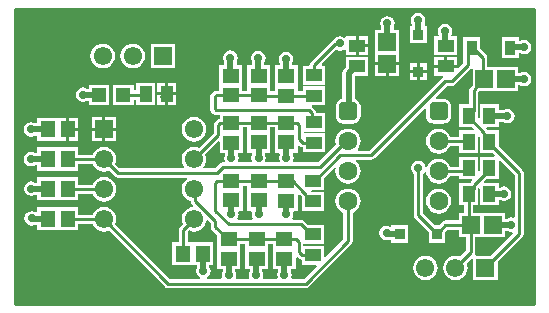
<source format=gtl>
G04*
G04 #@! TF.GenerationSoftware,Altium Limited,Altium Designer,20.2.7 (254)*
G04*
G04 Layer_Physical_Order=1*
G04 Layer_Color=255*
%FSLAX43Y43*%
%MOMM*%
G71*
G04*
G04 #@! TF.SameCoordinates,DF3CF367-A293-4906-87DF-23C10940DAFD*
G04*
G04*
G04 #@! TF.FilePolarity,Positive*
G04*
G01*
G75*
%ADD10C,0.254*%
%ADD13R,1.500X1.550*%
%ADD14R,0.900X0.950*%
%ADD15R,0.910X1.220*%
%ADD16R,0.950X0.900*%
%ADD17R,1.400X1.100*%
%ADD18R,1.100X1.400*%
%ADD19R,1.550X1.500*%
%ADD20R,1.450X1.300*%
%ADD21R,1.300X1.450*%
%ADD22R,1.200X1.200*%
%ADD34C,1.550*%
%ADD35R,1.550X1.550*%
%ADD37C,0.508*%
%ADD38C,1.600*%
G04:AMPARAMS|DCode=39|XSize=1.6mm|YSize=1.6mm|CornerRadius=0.4mm|HoleSize=0mm|Usage=FLASHONLY|Rotation=270.000|XOffset=0mm|YOffset=0mm|HoleType=Round|Shape=RoundedRectangle|*
%AMROUNDEDRECTD39*
21,1,1.600,0.800,0,0,270.0*
21,1,0.800,1.600,0,0,270.0*
1,1,0.800,-0.400,-0.400*
1,1,0.800,-0.400,0.400*
1,1,0.800,0.400,0.400*
1,1,0.800,0.400,-0.400*
%
%ADD39ROUNDEDRECTD39*%
%ADD40R,1.550X1.550*%
%ADD41C,0.700*%
G36*
X44000Y-0D02*
X-0Y-0D01*
Y25000D01*
X44000Y25000D01*
Y-0D01*
D02*
G37*
%LPC*%
G36*
X34175Y24652D02*
X33939Y24605D01*
X33739Y24472D01*
X33606Y24272D01*
X33559Y24036D01*
X33606Y23801D01*
X33675Y23697D01*
Y23517D01*
X33458D01*
Y22109D01*
X34916D01*
Y23517D01*
X34711D01*
Y23752D01*
X34744Y23801D01*
X34791Y24036D01*
X34744Y24272D01*
X34610Y24472D01*
X34411Y24605D01*
X34175Y24652D01*
D02*
G37*
G36*
X29958Y22679D02*
X29131D01*
Y22002D01*
X29958D01*
Y22679D01*
D02*
G37*
G36*
X42690Y22578D02*
X41272D01*
Y20850D01*
X42690D01*
Y21213D01*
X42839D01*
X42890Y21179D01*
X43125Y21132D01*
X43361Y21179D01*
X43561Y21312D01*
X43694Y21512D01*
X43741Y21748D01*
X43694Y21984D01*
X43561Y22183D01*
X43361Y22317D01*
X43125Y22364D01*
X42890Y22317D01*
X42817Y22268D01*
X42690Y22313D01*
Y22578D01*
D02*
G37*
G36*
X36439Y23738D02*
X36203Y23691D01*
X36003Y23557D01*
X35870Y23358D01*
X35823Y23122D01*
X35870Y22886D01*
X35921Y22810D01*
Y22679D01*
X35538D01*
Y21071D01*
X37446D01*
Y22679D01*
X36957D01*
Y22810D01*
X37008Y22886D01*
X37054Y23122D01*
X37008Y23358D01*
X36874Y23557D01*
X36674Y23691D01*
X36439Y23738D01*
D02*
G37*
G36*
X29958Y21748D02*
X29131D01*
Y21071D01*
X29958D01*
Y21748D01*
D02*
G37*
G36*
X27543Y22690D02*
X27308Y22643D01*
X27108Y22509D01*
X27003Y22353D01*
X26977Y22348D01*
X26851Y22263D01*
X25069Y20481D01*
X24985Y20355D01*
X24956Y20207D01*
Y20188D01*
X24390D01*
Y18580D01*
X26298D01*
Y20188D01*
X26041D01*
X25992Y20305D01*
X27238Y21551D01*
X27308Y21505D01*
X27543Y21458D01*
X27779Y21505D01*
X27923Y21601D01*
X28050Y21533D01*
Y21071D01*
X28877D01*
Y21875D01*
Y22679D01*
X28050D01*
Y22615D01*
X27923Y22547D01*
X27779Y22643D01*
X27543Y22690D01*
D02*
G37*
G36*
X31569Y24385D02*
X31334Y24339D01*
X31134Y24205D01*
X31000Y24005D01*
X30953Y23770D01*
X31000Y23534D01*
X31051Y23458D01*
Y23188D01*
X30529D01*
Y21181D01*
Y20462D01*
X32587D01*
Y21181D01*
Y23188D01*
X32087D01*
Y23458D01*
X32138Y23534D01*
X32185Y23770D01*
X32138Y24005D01*
X32005Y24205D01*
X31805Y24339D01*
X31569Y24385D01*
D02*
G37*
G36*
X37446Y20929D02*
X36619D01*
Y20252D01*
X37446D01*
Y20929D01*
D02*
G37*
G36*
X36365D02*
X35538D01*
Y20252D01*
X36365D01*
Y20929D01*
D02*
G37*
G36*
X13569Y22029D02*
X11511D01*
Y19971D01*
X13569D01*
Y22029D01*
D02*
G37*
G36*
X10000Y22038D02*
X9731Y22003D01*
X9481Y21899D01*
X9266Y21734D01*
X9101Y21519D01*
X8997Y21269D01*
X8962Y21000D01*
X8997Y20731D01*
X9101Y20481D01*
X9266Y20266D01*
X9481Y20101D01*
X9731Y19997D01*
X10000Y19962D01*
X10269Y19997D01*
X10519Y20101D01*
X10734Y20266D01*
X10899Y20481D01*
X11003Y20731D01*
X11038Y21000D01*
X11003Y21269D01*
X10899Y21519D01*
X10734Y21734D01*
X10519Y21899D01*
X10269Y22003D01*
X10000Y22038D01*
D02*
G37*
G36*
X7460D02*
X7191Y22003D01*
X6941Y21899D01*
X6726Y21734D01*
X6561Y21519D01*
X6457Y21269D01*
X6422Y21000D01*
X6457Y20731D01*
X6561Y20481D01*
X6726Y20266D01*
X6941Y20101D01*
X7191Y19997D01*
X7460Y19962D01*
X7729Y19997D01*
X7979Y20101D01*
X8194Y20266D01*
X8359Y20481D01*
X8463Y20731D01*
X8498Y21000D01*
X8463Y21269D01*
X8359Y21519D01*
X8194Y21734D01*
X7979Y21899D01*
X7729Y22003D01*
X7460Y22038D01*
D02*
G37*
G36*
X39420Y22578D02*
X38002D01*
Y21423D01*
X37994Y21386D01*
Y20388D01*
X37563Y19957D01*
X37464Y19998D01*
X35538D01*
Y19321D01*
X36248D01*
X36284Y19194D01*
X36189Y19130D01*
X30052Y12993D01*
X29112D01*
X29049Y13120D01*
X29152Y13254D01*
X29258Y13511D01*
X29294Y13786D01*
X29258Y14061D01*
X29152Y14317D01*
X28983Y14537D01*
X28763Y14706D01*
X28506Y14813D01*
X28231Y14849D01*
X27956Y14813D01*
X27700Y14706D01*
X27480Y14537D01*
X27311Y14317D01*
X27204Y14061D01*
X27168Y13786D01*
X27204Y13511D01*
X27210Y13497D01*
X25698Y11985D01*
X23595D01*
X23535Y12097D01*
X23570Y12150D01*
X23617Y12386D01*
X23570Y12621D01*
X23541Y12665D01*
X23597Y12792D01*
X23969D01*
Y13374D01*
X24086Y13423D01*
X24137Y13371D01*
X24263Y13287D01*
X24390Y13262D01*
Y12842D01*
X26298D01*
Y14450D01*
X24484D01*
Y14592D01*
X26298D01*
Y16200D01*
X25550D01*
X25525Y16327D01*
X25440Y16453D01*
X25221Y16672D01*
X25175Y16703D01*
X25214Y16830D01*
X26298D01*
Y18438D01*
X24390D01*
Y18023D01*
X23969D01*
Y18396D01*
Y20204D01*
X23505D01*
Y20455D01*
X23553Y20527D01*
X23600Y20763D01*
X23553Y20999D01*
X23419Y21198D01*
X23220Y21332D01*
X22984Y21379D01*
X22748Y21332D01*
X22549Y21198D01*
X22415Y20999D01*
X22368Y20763D01*
X22415Y20527D01*
X22469Y20447D01*
Y20204D01*
X22011D01*
Y18396D01*
Y18038D01*
X21664D01*
Y18423D01*
Y20231D01*
X21155D01*
Y20522D01*
X21206Y20598D01*
X21253Y20834D01*
X21206Y21070D01*
X21072Y21270D01*
X20873Y21403D01*
X20637Y21450D01*
X20401Y21403D01*
X20202Y21270D01*
X20068Y21070D01*
X20021Y20834D01*
X20068Y20598D01*
X20119Y20522D01*
Y20231D01*
X19706D01*
Y18423D01*
Y18066D01*
X19277D01*
Y18423D01*
Y20231D01*
X18799D01*
Y20540D01*
X18850Y20616D01*
X18897Y20852D01*
X18850Y21087D01*
X18717Y21287D01*
X18517Y21421D01*
X18281Y21468D01*
X18045Y21421D01*
X17846Y21287D01*
X17712Y21087D01*
X17665Y20852D01*
X17712Y20616D01*
X17763Y20540D01*
Y20231D01*
X17319D01*
Y18423D01*
Y18066D01*
X17092D01*
X16944Y18036D01*
X16817Y17952D01*
X16669Y17803D01*
X16584Y17677D01*
X16555Y17529D01*
Y16546D01*
X16584Y16398D01*
X16669Y16272D01*
X16817Y16123D01*
X16944Y16039D01*
X17092Y16009D01*
X17369D01*
Y15707D01*
X17242Y15681D01*
X17116Y15597D01*
X16967Y15448D01*
X16883Y15322D01*
X16854Y15174D01*
Y14473D01*
X15586Y13205D01*
X15455Y13259D01*
X15186Y13294D01*
X14918Y13259D01*
X14667Y13155D01*
X14453Y12990D01*
X14288Y12775D01*
X14184Y12525D01*
X14149Y12256D01*
X14184Y11988D01*
X14288Y11738D01*
X14381Y11616D01*
X14318Y11489D01*
X8883D01*
X8515Y11857D01*
X8569Y11988D01*
X8604Y12256D01*
X8569Y12525D01*
X8465Y12775D01*
X8300Y12990D01*
X8085Y13155D01*
X7835Y13259D01*
X7566Y13294D01*
X7298Y13259D01*
X7047Y13155D01*
X6833Y12990D01*
X6668Y12775D01*
X6614Y12645D01*
X5386D01*
Y13262D01*
X1928D01*
Y12791D01*
X1705D01*
X1643Y12832D01*
X1408Y12879D01*
X1172Y12832D01*
X972Y12699D01*
X839Y12499D01*
X792Y12263D01*
X839Y12028D01*
X972Y11828D01*
X1172Y11694D01*
X1408Y11647D01*
X1643Y11694D01*
X1734Y11755D01*
X1928D01*
Y11304D01*
X5386D01*
Y11868D01*
X6614D01*
X6668Y11738D01*
X6833Y11523D01*
X7047Y11358D01*
X7298Y11254D01*
X7566Y11219D01*
X7835Y11254D01*
X7966Y11308D01*
X8448Y10826D01*
X8574Y10742D01*
X8722Y10712D01*
X14585D01*
X14628Y10585D01*
X14453Y10450D01*
X14288Y10235D01*
X14184Y9985D01*
X14149Y9716D01*
X14184Y9448D01*
X14288Y9198D01*
X14453Y8983D01*
X14667Y8818D01*
X14902Y8720D01*
Y8709D01*
X14932Y8561D01*
X15016Y8435D01*
X15117Y8333D01*
X15072Y8199D01*
X14918Y8179D01*
X14667Y8075D01*
X14453Y7910D01*
X14288Y7695D01*
X14184Y7445D01*
X14149Y7176D01*
X14184Y6908D01*
X14238Y6777D01*
X13998Y6538D01*
X13914Y6412D01*
X13885Y6263D01*
Y5229D01*
X13369D01*
Y3271D01*
X15433D01*
Y3062D01*
X15409Y3026D01*
X15362Y2791D01*
X15409Y2555D01*
X15542Y2355D01*
X15701Y2249D01*
X15662Y2122D01*
X13170D01*
X8515Y6777D01*
X8569Y6908D01*
X8604Y7176D01*
X8569Y7445D01*
X8465Y7695D01*
X8300Y7910D01*
X8085Y8075D01*
X7835Y8179D01*
X7566Y8214D01*
X7298Y8179D01*
X7047Y8075D01*
X6833Y7910D01*
X6668Y7695D01*
X6614Y7565D01*
X5386D01*
Y8195D01*
X1928D01*
Y7756D01*
X1782D01*
X1673Y7828D01*
X1438Y7875D01*
X1202Y7828D01*
X1002Y7695D01*
X869Y7495D01*
X822Y7259D01*
X869Y7024D01*
X1002Y6824D01*
X1202Y6690D01*
X1438Y6643D01*
X1673Y6690D01*
X1717Y6720D01*
X1928D01*
Y6237D01*
X5386D01*
Y6788D01*
X6614D01*
X6668Y6658D01*
X6833Y6443D01*
X7047Y6278D01*
X7298Y6174D01*
X7566Y6139D01*
X7835Y6174D01*
X7966Y6228D01*
X12734Y1459D01*
X12860Y1375D01*
X13009Y1346D01*
X24639D01*
X24788Y1375D01*
X24914Y1459D01*
X28506Y5052D01*
X28590Y5178D01*
X28620Y5326D01*
Y7726D01*
X28763Y7785D01*
X28983Y7954D01*
X29152Y8174D01*
X29258Y8431D01*
X29294Y8706D01*
X29258Y8981D01*
X29152Y9237D01*
X28983Y9457D01*
X28763Y9626D01*
X28506Y9733D01*
X28231Y9769D01*
X27956Y9733D01*
X27700Y9626D01*
X27480Y9457D01*
X27311Y9237D01*
X27204Y8981D01*
X27168Y8706D01*
X27204Y8431D01*
X27311Y8174D01*
X27480Y7954D01*
X27700Y7785D01*
X27843Y7726D01*
Y5487D01*
X26328Y3972D01*
X26210Y4021D01*
Y4944D01*
X24453D01*
Y5086D01*
X26210D01*
Y6694D01*
X24852D01*
X24523Y7023D01*
X24397Y7107D01*
X24248Y7136D01*
X23542D01*
X23474Y7263D01*
X23544Y7368D01*
X23590Y7603D01*
X23567Y7721D01*
X23671Y7848D01*
X23969D01*
Y9261D01*
X24086Y9310D01*
X24150Y9246D01*
X24225Y9195D01*
X24327Y9094D01*
X24328Y9087D01*
Y7898D01*
X26236D01*
Y9506D01*
X25121D01*
X25109Y9521D01*
X25170Y9648D01*
X26236D01*
Y10706D01*
X27087Y11557D01*
X27116Y11548D01*
X27200Y11491D01*
X27168Y11246D01*
X27204Y10971D01*
X27311Y10714D01*
X27480Y10494D01*
X27700Y10325D01*
X27956Y10219D01*
X28231Y10183D01*
X28506Y10219D01*
X28763Y10325D01*
X28983Y10494D01*
X29152Y10714D01*
X29258Y10971D01*
X29294Y11246D01*
X29258Y11521D01*
X29152Y11777D01*
X28983Y11997D01*
X28863Y12089D01*
X28906Y12216D01*
X30213D01*
X30361Y12246D01*
X30487Y12330D01*
X34720Y16563D01*
X34837Y16514D01*
Y15926D01*
X34860Y15755D01*
X34926Y15596D01*
X35031Y15459D01*
X35167Y15354D01*
X35326Y15289D01*
X35497Y15266D01*
X36297D01*
X36468Y15289D01*
X36627Y15354D01*
X36763Y15459D01*
X36868Y15596D01*
X36934Y15755D01*
X36957Y15926D01*
Y16726D01*
X36934Y16896D01*
X36868Y17056D01*
X36763Y17192D01*
X36627Y17297D01*
X36468Y17363D01*
X36297Y17385D01*
X35709D01*
X35660Y17503D01*
X36625Y18467D01*
X37012D01*
X37160Y18497D01*
X37286Y18581D01*
X38651Y19946D01*
X38678Y19944D01*
X38778Y19904D01*
Y18576D01*
X38606Y18404D01*
X38522Y18278D01*
X38493Y18129D01*
Y16916D01*
X37654D01*
Y15008D01*
X38713D01*
X38892Y14829D01*
X38843Y14711D01*
X37654D01*
Y14174D01*
X36877D01*
X36818Y14317D01*
X36649Y14537D01*
X36429Y14706D01*
X36172Y14813D01*
X35897Y14849D01*
X35622Y14813D01*
X35365Y14706D01*
X35145Y14537D01*
X34976Y14317D01*
X34870Y14061D01*
X34834Y13786D01*
X34870Y13511D01*
X34976Y13254D01*
X35145Y13034D01*
X35365Y12865D01*
X35622Y12759D01*
X35897Y12723D01*
X36172Y12759D01*
X36429Y12865D01*
X36649Y13034D01*
X36818Y13254D01*
X36877Y13397D01*
X37654D01*
Y12803D01*
X39262D01*
Y14148D01*
X39389Y14216D01*
X39397Y14210D01*
Y14180D01*
X39404Y14143D01*
Y12803D01*
X40463D01*
X40661Y12605D01*
X40613Y12488D01*
X39404D01*
Y11231D01*
X39389Y11221D01*
X39262Y11289D01*
Y12488D01*
X37654D01*
Y11634D01*
X36877D01*
X36818Y11777D01*
X36649Y11997D01*
X36429Y12166D01*
X36172Y12273D01*
X35897Y12309D01*
X35622Y12273D01*
X35365Y12166D01*
X35145Y11997D01*
X34976Y11777D01*
X34913Y11625D01*
X34781Y11638D01*
X34758Y11751D01*
X34625Y11951D01*
X34425Y12085D01*
X34189Y12132D01*
X33954Y12085D01*
X33754Y11951D01*
X33621Y11751D01*
X33574Y11516D01*
X33621Y11280D01*
X33754Y11080D01*
X33801Y11049D01*
Y7525D01*
X33831Y7376D01*
X33915Y7250D01*
X35052Y6113D01*
Y5205D01*
X36460D01*
Y6113D01*
X36644Y6298D01*
X37631D01*
Y5657D01*
X38247D01*
Y4540D01*
X37721Y4015D01*
X37591Y4069D01*
X37322Y4104D01*
X37054Y4069D01*
X36803Y3965D01*
X36588Y3800D01*
X36424Y3585D01*
X36320Y3335D01*
X36284Y3066D01*
X36320Y2798D01*
X36424Y2547D01*
X36588Y2332D01*
X36803Y2167D01*
X37054Y2064D01*
X37322Y2028D01*
X37591Y2064D01*
X37841Y2167D01*
X38056Y2332D01*
X38221Y2547D01*
X38325Y2798D01*
X38360Y3066D01*
X38325Y3335D01*
X38271Y3465D01*
X38716Y3911D01*
X38833Y3862D01*
Y2037D01*
X40891D01*
Y3546D01*
X42999Y5653D01*
X43083Y5779D01*
X43113Y5928D01*
Y11091D01*
X43083Y11240D01*
X42999Y11366D01*
X41012Y13353D01*
Y14711D01*
X40092D01*
X40060Y14759D01*
X39929Y14890D01*
X39977Y15008D01*
X41012D01*
Y15422D01*
X41378D01*
X41486Y15350D01*
X41722Y15303D01*
X41957Y15350D01*
X42157Y15483D01*
X42291Y15683D01*
X42337Y15919D01*
X42291Y16155D01*
X42157Y16354D01*
X41957Y16488D01*
X41722Y16535D01*
X41486Y16488D01*
X41442Y16458D01*
X41012D01*
Y16916D01*
X39404D01*
Y15717D01*
X39277Y15649D01*
X39262Y15659D01*
Y16347D01*
X39270Y16385D01*
Y17968D01*
X39328Y18026D01*
X42636D01*
Y18552D01*
X42824D01*
X42901Y18501D01*
X43136Y18454D01*
X43372Y18501D01*
X43572Y18634D01*
X43705Y18834D01*
X43752Y19069D01*
X43705Y19305D01*
X43572Y19505D01*
X43372Y19638D01*
X43136Y19685D01*
X42901Y19638D01*
X42824Y19587D01*
X42636D01*
Y20084D01*
X40031D01*
Y20854D01*
X40002Y21002D01*
X39918Y21128D01*
X39420Y21626D01*
Y22578D01*
D02*
G37*
G36*
X34916Y20367D02*
X34314D01*
Y19790D01*
X34916D01*
Y20367D01*
D02*
G37*
G36*
X34060D02*
X33458D01*
Y19790D01*
X34060D01*
Y20367D01*
D02*
G37*
G36*
X32587Y20208D02*
X31685D01*
Y19330D01*
X32587D01*
Y20208D01*
D02*
G37*
G36*
X31431D02*
X30529D01*
Y19330D01*
X31431D01*
Y20208D01*
D02*
G37*
G36*
X34916Y19536D02*
X34314D01*
Y18959D01*
X34916D01*
Y19536D01*
D02*
G37*
G36*
X34060D02*
X33458D01*
Y18959D01*
X34060D01*
Y19536D01*
D02*
G37*
G36*
X7973Y18550D02*
X6265D01*
Y18228D01*
X6110D01*
X6013Y18293D01*
X5777Y18340D01*
X5541Y18293D01*
X5342Y18160D01*
X5208Y17960D01*
X5161Y17724D01*
X5208Y17489D01*
X5342Y17289D01*
X5541Y17155D01*
X5777Y17108D01*
X6013Y17155D01*
X6068Y17192D01*
X6265D01*
Y16842D01*
X7973D01*
Y18550D01*
D02*
G37*
G36*
X11928Y18750D02*
X10320D01*
Y18084D01*
X10073D01*
Y18550D01*
X8365D01*
Y16842D01*
X10073D01*
Y17307D01*
X10320D01*
Y16842D01*
X11928D01*
Y18750D01*
D02*
G37*
G36*
X13170Y18760D02*
X13120Y18750D01*
X13001D01*
Y17923D01*
X13678D01*
Y18192D01*
X13688Y18242D01*
X13678Y18292D01*
Y18750D01*
X13220D01*
X13170Y18760D01*
D02*
G37*
G36*
X12747Y18750D02*
X12070D01*
Y17923D01*
X12747D01*
Y18750D01*
D02*
G37*
G36*
X13678Y17669D02*
X13001D01*
Y16842D01*
X13678D01*
Y17669D01*
D02*
G37*
G36*
X12747D02*
X12070D01*
Y17550D01*
X12060Y17500D01*
X12070Y17450D01*
Y16842D01*
X12747D01*
Y17669D01*
D02*
G37*
G36*
X4355Y15758D02*
X1928D01*
Y15305D01*
X1731D01*
X1643Y15364D01*
X1408Y15411D01*
X1172Y15364D01*
X972Y15231D01*
X839Y15031D01*
X792Y14795D01*
X839Y14559D01*
X972Y14360D01*
X1172Y14226D01*
X1408Y14179D01*
X1643Y14226D01*
X1708Y14269D01*
X1928D01*
Y13800D01*
X4355D01*
Y14779D01*
Y15758D01*
D02*
G37*
G36*
X29958Y20929D02*
X28050D01*
Y20028D01*
X27907Y19885D01*
X27795Y19717D01*
X27755Y19519D01*
Y17375D01*
X27661Y17363D01*
X27501Y17297D01*
X27365Y17192D01*
X27260Y17056D01*
X27194Y16896D01*
X27172Y16726D01*
Y15926D01*
X27194Y15755D01*
X27260Y15596D01*
X27365Y15459D01*
X27501Y15354D01*
X27661Y15289D01*
X27831Y15266D01*
X28631D01*
X28802Y15289D01*
X28961Y15354D01*
X29098Y15459D01*
X29203Y15596D01*
X29268Y15755D01*
X29291Y15926D01*
Y16726D01*
X29268Y16896D01*
X29203Y17056D01*
X29098Y17192D01*
X28961Y17297D01*
X28802Y17363D01*
X28791Y17364D01*
Y19304D01*
X28808Y19321D01*
X29958D01*
Y20929D01*
D02*
G37*
G36*
X8595Y15825D02*
X7693D01*
Y14923D01*
X8595D01*
Y15825D01*
D02*
G37*
G36*
X7439D02*
X6537D01*
Y14923D01*
X7439D01*
Y15825D01*
D02*
G37*
G36*
X5386Y15758D02*
X4609D01*
Y14906D01*
X5386D01*
Y15758D01*
D02*
G37*
G36*
Y14652D02*
X4609D01*
Y13800D01*
X5386D01*
Y14652D01*
D02*
G37*
G36*
X8595Y14669D02*
X7693D01*
Y13767D01*
X8595D01*
Y14669D01*
D02*
G37*
G36*
X7439D02*
X6537D01*
Y13767D01*
X7439D01*
Y14669D01*
D02*
G37*
G36*
X15186Y15834D02*
X14918Y15799D01*
X14667Y15695D01*
X14453Y15530D01*
X14288Y15315D01*
X14184Y15065D01*
X14149Y14796D01*
X14184Y14528D01*
X14288Y14278D01*
X14453Y14063D01*
X14667Y13898D01*
X14918Y13794D01*
X15186Y13759D01*
X15455Y13794D01*
X15705Y13898D01*
X15920Y14063D01*
X16085Y14278D01*
X16189Y14528D01*
X16224Y14796D01*
X16189Y15065D01*
X16085Y15315D01*
X15920Y15530D01*
X15705Y15695D01*
X15455Y15799D01*
X15186Y15834D01*
D02*
G37*
G36*
X7566Y10754D02*
X7298Y10719D01*
X7047Y10615D01*
X6833Y10450D01*
X6668Y10235D01*
X6614Y10105D01*
X5386D01*
Y10728D01*
X1928D01*
Y10273D01*
X1744D01*
X1658Y10330D01*
X1423Y10377D01*
X1187Y10330D01*
X987Y10197D01*
X854Y9997D01*
X807Y9761D01*
X854Y9526D01*
X987Y9326D01*
X1187Y9192D01*
X1423Y9145D01*
X1658Y9192D01*
X1725Y9237D01*
X1928D01*
Y8770D01*
X5386D01*
Y9328D01*
X6614D01*
X6668Y9198D01*
X6833Y8983D01*
X7047Y8818D01*
X7298Y8714D01*
X7566Y8679D01*
X7835Y8714D01*
X8085Y8818D01*
X8300Y8983D01*
X8465Y9198D01*
X8569Y9448D01*
X8604Y9716D01*
X8569Y9985D01*
X8465Y10235D01*
X8300Y10450D01*
X8085Y10615D01*
X7835Y10719D01*
X7566Y10754D01*
D02*
G37*
G36*
X33310Y6663D02*
X31902D01*
Y6602D01*
X31775Y6534D01*
X31728Y6565D01*
X31493Y6612D01*
X31257Y6565D01*
X31057Y6432D01*
X30924Y6232D01*
X30877Y5997D01*
X30924Y5761D01*
X31057Y5561D01*
X31257Y5428D01*
X31493Y5381D01*
X31669Y5416D01*
X31902D01*
Y5205D01*
X33310D01*
Y6663D01*
D02*
G37*
G36*
X34782Y4104D02*
X34514Y4069D01*
X34263Y3965D01*
X34048Y3800D01*
X33883Y3585D01*
X33780Y3335D01*
X33744Y3066D01*
X33780Y2798D01*
X33883Y2547D01*
X34048Y2332D01*
X34263Y2167D01*
X34514Y2064D01*
X34782Y2028D01*
X35051Y2064D01*
X35301Y2167D01*
X35516Y2332D01*
X35681Y2547D01*
X35785Y2798D01*
X35820Y3066D01*
X35785Y3335D01*
X35681Y3585D01*
X35516Y3800D01*
X35301Y3965D01*
X35051Y4069D01*
X34782Y4104D01*
D02*
G37*
%LPD*%
G36*
X22011Y14442D02*
Y12792D01*
X22421D01*
X22462Y12665D01*
X22433Y12621D01*
X22386Y12386D01*
X22433Y12150D01*
X22468Y12097D01*
X22408Y11985D01*
X21256D01*
X21196Y12097D01*
X21232Y12150D01*
X21279Y12386D01*
X21232Y12621D01*
X21203Y12665D01*
X21239Y12792D01*
X21661D01*
Y14442D01*
Y14958D01*
X22011D01*
Y14442D01*
D02*
G37*
G36*
X19703Y14442D02*
Y12792D01*
X20063D01*
X20123Y12665D01*
X20094Y12621D01*
X20047Y12386D01*
X20094Y12150D01*
X20129Y12097D01*
X20069Y11985D01*
X18992D01*
X18932Y12112D01*
X18975Y12328D01*
X18928Y12564D01*
X18876Y12642D01*
X18902Y12769D01*
X19327D01*
Y14419D01*
Y14958D01*
X19703D01*
Y14442D01*
D02*
G37*
G36*
X17369Y13724D02*
Y12769D01*
X17836D01*
Y12632D01*
X17790Y12564D01*
X17743Y12328D01*
X17786Y12112D01*
X17726Y11985D01*
X17615D01*
X17466Y11956D01*
X17340Y11872D01*
X16957Y11489D01*
X16055D01*
X15992Y11616D01*
X16085Y11738D01*
X16189Y11988D01*
X16224Y12256D01*
X16189Y12525D01*
X16135Y12656D01*
X17252Y13772D01*
X17369Y13724D01*
D02*
G37*
G36*
X42336Y10930D02*
Y7351D01*
X42209Y7291D01*
X41993Y7334D01*
X41757Y7287D01*
X41681Y7236D01*
X41489D01*
Y7715D01*
X38847D01*
Y8347D01*
X39262D01*
Y9687D01*
X39270Y9724D01*
Y9782D01*
X39277Y9788D01*
X39404Y9720D01*
Y8347D01*
X41012D01*
Y8803D01*
X41164D01*
X41212Y8771D01*
X41448Y8724D01*
X41683Y8771D01*
X41883Y8904D01*
X42017Y9104D01*
X42064Y9340D01*
X42017Y9575D01*
X41883Y9775D01*
X41683Y9908D01*
X41448Y9955D01*
X41212Y9908D01*
X41139Y9860D01*
X41012Y9907D01*
Y10255D01*
X39795D01*
X39747Y10373D01*
X39953Y10580D01*
X41012D01*
Y12088D01*
X41129Y12137D01*
X42336Y10930D01*
D02*
G37*
G36*
X19705Y9512D02*
Y7863D01*
X20009D01*
X20103Y7735D01*
X20073Y7581D01*
X20119Y7345D01*
X20174Y7263D01*
X20106Y7136D01*
X18939D01*
X18872Y7263D01*
X18926Y7345D01*
X18973Y7581D01*
X18942Y7735D01*
X19036Y7863D01*
X19327D01*
Y9512D01*
Y10013D01*
X19705D01*
Y9512D01*
D02*
G37*
G36*
X34843Y11178D02*
X34870Y10971D01*
X34976Y10714D01*
X35145Y10494D01*
X35365Y10325D01*
X35622Y10219D01*
X35897Y10183D01*
X36172Y10219D01*
X36429Y10325D01*
X36649Y10494D01*
X36818Y10714D01*
X36877Y10857D01*
X37654D01*
Y10580D01*
X38689D01*
X38737Y10462D01*
X38606Y10331D01*
X38556Y10255D01*
X37654D01*
Y8347D01*
X38070D01*
Y7715D01*
X37631D01*
Y7074D01*
X36483D01*
X36335Y7045D01*
X36209Y6961D01*
X35911Y6663D01*
X35601D01*
X34578Y7686D01*
Y11049D01*
X34625Y11080D01*
X34711Y11209D01*
X34843Y11178D01*
D02*
G37*
G36*
X16612Y6839D02*
Y6539D01*
X16641Y6390D01*
X16725Y6264D01*
X17153Y5837D01*
Y4578D01*
Y2929D01*
X17621D01*
Y2766D01*
X17577Y2701D01*
X17530Y2465D01*
X17573Y2249D01*
X17513Y2122D01*
X16293D01*
X16255Y2249D01*
X16413Y2355D01*
X16547Y2555D01*
X16594Y2791D01*
X16547Y3026D01*
X16469Y3144D01*
Y3271D01*
X16827D01*
Y5229D01*
X14662D01*
Y6102D01*
X14787Y6228D01*
X14918Y6174D01*
X15186Y6139D01*
X15455Y6174D01*
X15705Y6278D01*
X15920Y6443D01*
X16085Y6658D01*
X16189Y6908D01*
X16209Y7062D01*
X16343Y7107D01*
X16612Y6839D01*
D02*
G37*
G36*
X41757Y6149D02*
X41993Y6102D01*
X42094Y6122D01*
X42236Y6022D01*
X42240Y5993D01*
X40342Y4095D01*
X39056D01*
X38989Y4222D01*
X38994Y4230D01*
X39024Y4379D01*
Y5657D01*
X41489D01*
Y6200D01*
X41681D01*
X41757Y6149D01*
D02*
G37*
G36*
X24049Y3865D02*
X24175Y3781D01*
X24302Y3756D01*
Y3336D01*
X25526D01*
X25574Y3219D01*
X24478Y2122D01*
X23479D01*
X23419Y2249D01*
X23462Y2465D01*
X23415Y2701D01*
X23364Y2776D01*
Y2929D01*
X23826D01*
Y3923D01*
X23943Y3971D01*
X24049Y3865D01*
D02*
G37*
G36*
X21868Y4578D02*
Y2929D01*
X22328D01*
Y2778D01*
X22277Y2701D01*
X22230Y2465D01*
X22273Y2249D01*
X22213Y2122D01*
X21091D01*
X21022Y2227D01*
X21025Y2249D01*
X21071Y2481D01*
X21024Y2717D01*
X20990Y2767D01*
Y2929D01*
X21468D01*
Y4579D01*
Y5094D01*
X21868D01*
Y4578D01*
D02*
G37*
G36*
X19510Y4579D02*
Y2929D01*
X19907D01*
X19943Y2802D01*
X19886Y2717D01*
X19839Y2481D01*
X19885Y2249D01*
X19888Y2227D01*
X19819Y2122D01*
X18779D01*
X18719Y2249D01*
X18762Y2465D01*
X18715Y2701D01*
X18657Y2788D01*
Y2929D01*
X19111D01*
Y4578D01*
Y5094D01*
X19510D01*
Y4579D01*
D02*
G37*
%LPC*%
G36*
X35897Y9769D02*
X35622Y9733D01*
X35365Y9626D01*
X35145Y9457D01*
X34976Y9237D01*
X34870Y8981D01*
X34834Y8706D01*
X34870Y8431D01*
X34976Y8174D01*
X35145Y7954D01*
X35365Y7785D01*
X35622Y7679D01*
X35897Y7643D01*
X36172Y7679D01*
X36429Y7785D01*
X36649Y7954D01*
X36818Y8174D01*
X36924Y8431D01*
X36960Y8706D01*
X36924Y8981D01*
X36818Y9237D01*
X36649Y9457D01*
X36429Y9626D01*
X36172Y9733D01*
X35897Y9769D01*
D02*
G37*
%LPD*%
D10*
Y11246D02*
X38170D01*
X38394Y11469D01*
X35897Y13786D02*
X38430D01*
X38458Y13757D01*
X30213Y12605D02*
X36464Y18856D01*
X37012D02*
X38383Y20227D01*
X36464Y18856D02*
X37012D01*
X38711Y21714D02*
X38884Y21541D01*
X38956D01*
X39643Y19195D02*
X39782Y19055D01*
X39643Y19195D02*
Y20854D01*
X38956Y21541D02*
X39643Y20854D01*
X38383Y21386D02*
X38711Y21714D01*
X38383Y20227D02*
Y21386D01*
X27585Y12605D02*
X30213D01*
X25432Y10452D02*
X27585Y12605D01*
X25282Y10452D02*
X25432D01*
X39782Y19030D02*
Y19055D01*
X38881Y18129D02*
X39782Y19030D01*
X38881Y16385D02*
Y18129D01*
X38458Y15962D02*
X38881Y16385D01*
X25859Y11597D02*
X28048Y13786D01*
X17615Y11597D02*
X25859D01*
X17118Y11100D02*
X17615Y11597D01*
X24424Y9521D02*
X24450D01*
X24709Y9125D02*
Y9261D01*
X24450Y9521D02*
X24709Y9261D01*
X22990Y10402D02*
X23543D01*
X24424Y9521D01*
X24709Y9125D02*
X25132Y8702D01*
X25282D01*
X22990Y15346D02*
X23947D01*
X24096Y13962D02*
Y15197D01*
X23947Y15346D02*
X24096Y15197D01*
X20685Y15346D02*
X22990D01*
X22990Y15346D01*
X17242Y15174D02*
X17391Y15323D01*
X17242Y14312D02*
Y15174D01*
X17391Y15323D02*
X18348D01*
X15186Y12256D02*
Y12256D01*
X17242Y14312D01*
X18372Y15346D02*
X20682D01*
X17092Y17677D02*
X18298D01*
X17092Y16398D02*
X24947D01*
X16943Y16546D02*
X17092Y16398D01*
X16943Y16546D02*
Y17529D01*
X17092Y17677D01*
X22990Y17650D02*
X23005Y17634D01*
X25344D01*
X18298Y17677D02*
X20685D01*
X20713Y17650D02*
X22990D01*
X20685Y17677D02*
X20713Y17650D01*
X25166Y15574D02*
X25344Y15396D01*
X25166Y15574D02*
Y16178D01*
X24947Y16398D02*
X25166Y16178D01*
X18127Y6748D02*
X24248D01*
X25106Y5890D01*
X17000Y7875D02*
X18127Y6748D01*
X27458Y21989D02*
X27543Y22074D01*
X25344Y19384D02*
Y20207D01*
X27126Y21989D01*
X27458D01*
X39862Y3066D02*
X42724Y5928D01*
Y11091D01*
X40208Y13607D02*
Y13757D01*
Y13607D02*
X42724Y11091D01*
X37322Y3066D02*
X38635Y4379D01*
Y6686D01*
X35756Y5959D02*
X36066Y6269D01*
X36483Y6686D01*
X28231Y5326D02*
Y8706D01*
X24639Y1734D02*
X28231Y5326D01*
X13009Y1734D02*
X24639D01*
X7566Y7176D02*
X13009Y1734D01*
X28048Y13786D02*
X28231D01*
X8722Y11100D02*
X17118D01*
X7566Y12256D02*
X8722Y11100D01*
X36483Y6686D02*
X38635D01*
X35756Y5934D02*
Y5959D01*
X38458Y6863D02*
Y9301D01*
Y6863D02*
X38635Y6686D01*
X34189Y7525D02*
Y11516D01*
Y7525D02*
X35756Y5959D01*
X17000Y7875D02*
Y10268D01*
X17149Y10417D01*
X18348D01*
X22990Y10402D02*
Y10417D01*
X20684D02*
X22990D01*
X38458Y9301D02*
X38881Y9724D01*
Y10057D01*
X38458Y15812D02*
Y15962D01*
X40208Y11384D02*
Y11534D01*
X39785Y14180D02*
X40208Y13757D01*
X39785Y14180D02*
Y14485D01*
X38881Y10057D02*
X40208Y11384D01*
X38458Y15812D02*
X39785Y14485D01*
X25106Y5890D02*
X25256D01*
X22847Y5483D02*
X22847Y5483D01*
X18140Y5483D02*
X22847D01*
X18140Y5483D02*
X18140Y5483D01*
X22847Y5483D02*
X23804D01*
X24064Y5223D01*
Y4400D02*
Y5223D01*
Y4400D02*
X24324Y4140D01*
X25256D01*
X17000Y6539D02*
X18057Y5483D01*
X15291Y8709D02*
Y9612D01*
X17000Y6539D02*
Y7000D01*
X15186Y9716D02*
X15291Y9612D01*
Y8709D02*
X17000Y7000D01*
X18057Y5483D02*
X18132D01*
X18348Y10417D02*
X18363Y10402D01*
X20669D01*
X20684Y10417D01*
X4509Y12256D02*
X7566D01*
X14273Y6263D02*
X15186Y7176D01*
X14273Y4250D02*
Y6263D01*
X9219Y17696D02*
X11024D01*
X11074Y17746D01*
X4482Y7216D02*
X4522Y7176D01*
X7566D01*
X4482Y9749D02*
X4514Y9716D01*
X7566D01*
X4482Y12283D02*
X4509Y12256D01*
X24096Y13962D02*
X24412Y13646D01*
X25344D01*
X44000Y18750D02*
Y25000D01*
Y0D02*
Y6250D01*
X0Y0D02*
Y25000D01*
X44000D01*
Y6250D02*
Y18750D01*
X0Y0D02*
X44000D01*
D13*
X38635Y6686D02*
D03*
X40485D02*
D03*
X41632Y19055D02*
D03*
X39782D02*
D03*
D14*
X35756Y5934D02*
D03*
X32606D02*
D03*
D15*
X38711Y21714D02*
D03*
X41981D02*
D03*
D16*
X34187Y19663D02*
D03*
Y22813D02*
D03*
D17*
X29004Y20125D02*
D03*
Y21875D02*
D03*
X36492Y20125D02*
D03*
Y21875D02*
D03*
X25256Y5890D02*
D03*
Y4140D02*
D03*
X25282Y8702D02*
D03*
Y10452D02*
D03*
X25344Y13646D02*
D03*
Y15396D02*
D03*
Y17634D02*
D03*
Y19384D02*
D03*
D18*
X38458Y9301D02*
D03*
X40208D02*
D03*
X38458Y15962D02*
D03*
X40208D02*
D03*
X38458Y11534D02*
D03*
X40208D02*
D03*
X38458Y13757D02*
D03*
X40208D02*
D03*
X11124Y17796D02*
D03*
X12874D02*
D03*
D19*
X31558Y22184D02*
D03*
Y20334D02*
D03*
D20*
X22990Y8752D02*
D03*
Y10402D02*
D03*
X18132Y5483D02*
D03*
Y3832D02*
D03*
X20489Y5483D02*
D03*
Y3833D02*
D03*
X22847Y5483D02*
D03*
Y3832D02*
D03*
X18348Y10417D02*
D03*
Y8767D02*
D03*
X20684Y10417D02*
D03*
Y8767D02*
D03*
X18348Y15323D02*
D03*
Y13673D02*
D03*
X20682Y15346D02*
D03*
Y13696D02*
D03*
X22990Y15346D02*
D03*
Y13696D02*
D03*
X18298Y17677D02*
D03*
Y19327D02*
D03*
X20685Y17677D02*
D03*
Y19327D02*
D03*
X22990Y17650D02*
D03*
Y19300D02*
D03*
D21*
X4482Y7216D02*
D03*
X2832Y12283D02*
D03*
X4482D02*
D03*
X2832Y9749D02*
D03*
X4482D02*
D03*
X2832Y7216D02*
D03*
X15923Y4250D02*
D03*
X14273D02*
D03*
X4482Y14779D02*
D03*
X2832D02*
D03*
D22*
X9219Y17696D02*
D03*
X7119D02*
D03*
D34*
X10000Y21000D02*
D03*
X7460D02*
D03*
X37322Y3066D02*
D03*
X34782D02*
D03*
X7566Y7176D02*
D03*
Y9716D02*
D03*
Y12256D02*
D03*
X15186Y14796D02*
D03*
Y12256D02*
D03*
Y9716D02*
D03*
Y7176D02*
D03*
D35*
X7566Y14796D02*
D03*
D37*
X34175Y24036D02*
X34193Y24018D01*
Y22819D02*
Y24018D01*
X31569Y22196D02*
Y23770D01*
X31558Y22184D02*
X31569Y22196D01*
X34187Y22813D02*
X34193Y22819D01*
X28879Y20125D02*
X29004D01*
X28273Y19519D02*
X28879Y20125D01*
X28273Y16368D02*
Y19519D01*
X28231Y16326D02*
X28273Y16368D01*
X43108Y21731D02*
X43125Y21748D01*
X41998Y21731D02*
X43108D01*
X41981Y21714D02*
X41998Y21731D01*
X41810Y19069D02*
X43136D01*
X41714Y18974D02*
X41810Y19069D01*
X41632Y19055D02*
X41714Y18974D01*
X41700Y15940D02*
X41722Y15919D01*
X40229Y15940D02*
X41700D01*
X40208Y15962D02*
X40229Y15940D01*
X22996Y12392D02*
X23002Y12386D01*
X22996Y12392D02*
Y13690D01*
X22990Y13696D02*
X22996Y13690D01*
X20663Y12386D02*
X20672Y12395D01*
Y13686D01*
X20682Y13696D01*
X18353Y12333D02*
X18359Y12328D01*
X18353Y12333D02*
Y13667D01*
X18348Y13673D02*
X18353Y13667D01*
X22975Y7603D02*
X22982Y7611D01*
Y8744D01*
X22990Y8752D01*
X20686Y7583D02*
X20688Y7581D01*
X20686Y7583D02*
Y8764D01*
X20684Y8767D02*
X20686Y8764D01*
X18348Y8767D02*
X18353Y8762D01*
Y7585D02*
Y8762D01*
Y7585D02*
X18357Y7581D01*
X36439Y21928D02*
X36492Y21875D01*
X36439Y21928D02*
Y23122D01*
X40517Y6718D02*
X41993D01*
X40517Y6718D02*
X40517Y6718D01*
X40485Y6686D02*
X40517Y6718D01*
X31608Y5934D02*
X32606D01*
X31545Y5997D02*
X31608Y5934D01*
X31493Y5997D02*
X31545D01*
X22984Y20763D02*
X22987Y20760D01*
Y19302D02*
Y20760D01*
Y19302D02*
X22990Y19300D01*
X20637Y19411D02*
Y20834D01*
Y19411D02*
X20664Y19385D01*
X20646Y19367D02*
X20664Y19385D01*
X18281Y19486D02*
Y20852D01*
X18210Y19415D02*
X18281Y19486D01*
X18210Y19415D02*
X18298Y19327D01*
X20646Y19367D02*
X20685Y19327D01*
X38329Y11404D02*
X38458Y11534D01*
X40208Y9301D02*
X40227Y9320D01*
X40208Y9246D02*
Y9301D01*
Y9246D02*
X40219Y9235D01*
X41429Y9320D02*
X41448Y9340D01*
X40227Y9320D02*
X41429D01*
X7105Y17710D02*
X7119Y17696D01*
X5791Y17710D02*
X7105D01*
X5777Y17724D02*
X5791Y17710D01*
X2811Y7238D02*
X2832Y7216D01*
X1459Y7238D02*
X2811D01*
X1438Y7259D02*
X1459Y7238D01*
X2826Y9755D02*
X2832Y9749D01*
X1429Y9755D02*
X2826D01*
X1423Y9761D02*
X1429Y9755D01*
X2822Y12273D02*
X2832Y12283D01*
X1417Y12273D02*
X2822D01*
X1408Y12263D02*
X1417Y12273D01*
X2824Y14787D02*
X2832Y14779D01*
X1416Y14787D02*
X2824D01*
X1408Y14795D02*
X1416Y14787D01*
X22846Y3832D02*
X22847Y3832D01*
X22846Y2466D02*
Y3832D01*
X22846Y2465D02*
X22846Y2466D01*
X20472Y3815D02*
X20489Y3833D01*
X20472Y2498D02*
Y3815D01*
X20455Y2481D02*
X20472Y2498D01*
X18132Y3832D02*
X18139Y3825D01*
Y2472D02*
Y3825D01*
Y2472D02*
X18146Y2465D01*
X15923Y4250D02*
X15951Y4223D01*
Y2818D02*
Y4223D01*
Y2818D02*
X15978Y2791D01*
X14273Y4250D02*
X14298Y4274D01*
X7550Y9733D02*
X7566Y9716D01*
X2820Y7204D02*
X2832Y7216D01*
X2795Y14742D02*
X2832Y14779D01*
X2783Y12332D02*
X2832Y12283D01*
X12874Y17796D02*
Y17946D01*
X13170Y18242D01*
X12578Y17500D02*
X12874Y17796D01*
X9219Y17696D02*
X9269Y17746D01*
X11074D02*
X11124Y17796D01*
D38*
X28231Y8706D02*
D03*
Y11246D02*
D03*
Y13786D02*
D03*
X35897D02*
D03*
Y11246D02*
D03*
Y8706D02*
D03*
D39*
X28231Y16326D02*
D03*
X35897D02*
D03*
D40*
X12540Y21000D02*
D03*
X39862Y3066D02*
D03*
D41*
X34175Y24036D02*
D03*
X43125Y21748D02*
D03*
X43136Y19069D02*
D03*
X41722Y15919D02*
D03*
X18359Y12328D02*
D03*
X20663Y12386D02*
D03*
X23002D02*
D03*
X31569Y23770D02*
D03*
X22975Y7603D02*
D03*
X20688Y7581D02*
D03*
X18357D02*
D03*
X36439Y23122D02*
D03*
X41993Y6718D02*
D03*
X31493Y5997D02*
D03*
X22984Y20763D02*
D03*
X20637Y20834D02*
D03*
X18281Y20852D02*
D03*
X34189Y11516D02*
D03*
X27543Y22074D02*
D03*
X41448Y9340D02*
D03*
X5777Y17724D02*
D03*
X1438Y7259D02*
D03*
X1423Y9761D02*
D03*
X1408Y12263D02*
D03*
Y14795D02*
D03*
X22846Y2465D02*
D03*
X20455Y2481D02*
D03*
X18146Y2465D02*
D03*
X15978Y2791D02*
D03*
M02*

</source>
